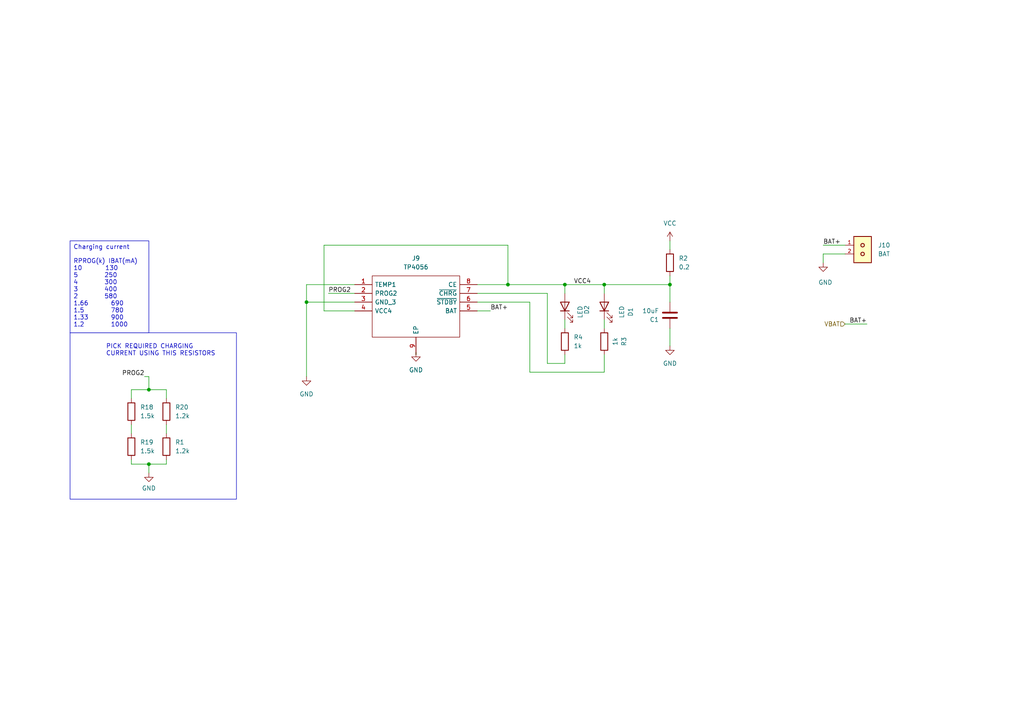
<source format=kicad_sch>
(kicad_sch (version 20231120) (generator "eeschema") (generator_version "8.0")
  (paper "A4")
  (lib_symbols
    (symbol "Device:C" (pin_numbers hide) (pin_names (offset 0.254))
      (property "Reference" "C" (at 0.635 2.54 0))
      (property "Value" "C" (at 0.635 -2.54 0))
      (symbol "C_0_1"
        (polyline (pts (xy -2.032 -0.762) (xy 2.032 -0.762)) (stroke (width 0.508)))
        (polyline (pts (xy -2.032 0.762) (xy 2.032 0.762)) (stroke (width 0.508)))
      )
      (symbol "C_1_1"
        (pin passive line (at 0 3.81 270) (length 2.794) (name "~") (number "1"))
        (pin passive line (at 0 -3.81 90) (length 2.794) (name "~") (number "2"))
      )
    )
    (symbol "Device:LED" (pin_numbers hide) (pin_names (offset 1.016) hide)
      (property "Reference" "D" (at 0 2.54 0))
      (property "Value" "LED" (at 0 -2.54 0))
      (symbol "LED_0_1"
        (polyline (pts (xy -1.27 -1.27) (xy -1.27 1.27)) (stroke (width 0.254)))
        (polyline (pts (xy -1.27 0) (xy 1.27 0)))
        (polyline (pts (xy 1.27 -1.27) (xy 1.27 1.27) (xy -1.27 0) (xy 1.27 -1.27)) (stroke (width 0.254)))
        (polyline (pts (xy -3.048 -0.762) (xy -4.572 -2.286) (xy -3.81 -2.286) (xy -4.572 -2.286) (xy -4.572 -1.524)))
        (polyline (pts (xy -1.778 -0.762) (xy -3.302 -2.286) (xy -2.54 -2.286) (xy -3.302 -2.286) (xy -3.302 -1.524)))
      )
      (symbol "LED_1_1"
        (pin passive line (at -3.81 0 0) (length 2.54) (name "K") (number "1"))
        (pin passive line (at 3.81 0 180) (length 2.54) (name "A") (number "2"))
      )
    )
    (symbol "Device:R" (pin_numbers hide) (pin_names (offset 0))
      (property "Reference" "R" (at 2.032 0 90))
      (property "Value" "R" (at 0 0 90))
      (symbol "R_0_1"
        (rectangle (start -1.016 -2.54) (end 1.016 2.54) (stroke (width 0.254)))
      )
      (symbol "R_1_1"
        (pin passive line (at 0 3.81 270) (length 1.27) (name "~") (number "1"))
        (pin passive line (at 0 -3.81 90) (length 1.27) (name "~") (number "2"))
      )
    )
    (symbol "TP4056:TP4056" (pin_names (offset 0.762))
      (property "Reference" "J" (at 31.75 7.62 0))
      (property "Value" "TP4056" (at 31.75 5.08 0))
      (symbol "TP4056_0_0"
        (pin passive line (at 0 0 0) (length 5.08) (name "TEMP1") (number "1"))
        (pin passive line (at 0 -2.54 0) (length 5.08) (name "PROG2") (number "2"))
        (pin passive line (at 0 -5.08 0) (length 5.08) (name "GND_3") (number "3"))
        (pin passive line (at 0 -7.62 0) (length 5.08) (name "VCC4") (number "4"))
        (pin passive line (at 35.56 -7.62 180) (length 5.08) (name "BAT") (number "5"))
        (pin passive line (at 35.56 -5.08 180) (length 5.08) (name "~{STDBY}") (number "6"))
        (pin passive line (at 35.56 -2.54 180) (length 5.08) (name "~{CHRG}") (number "7"))
        (pin passive line (at 35.56 0 180) (length 5.08) (name "CE") (number "8"))
        (pin passive line (at 17.78 -20.32 90) (length 5.08) (name "EP") (number "9"))
      )
      (symbol "TP4056_0_1"
        (polyline (pts (xy 5.08 2.54) (xy 30.48 2.54) (xy 30.48 -15.24) (xy 5.08 -15.24) (xy 5.08 2.54)) (stroke (width 0.1524)))
      )
    )
    (symbol "molex-2pin:22-27-2021" (pin_names (offset 1.016))
      (property "Reference" "J" (at -2.5412 5.0823 0))
      (property "Value" "22-27-2021" (at -2.5424 -5.0848 0))
      (symbol "22-27-2021_0_0"
        (rectangle (start -2.54 -2.54) (end 2.54 5.08) (stroke (width 0.254)) (fill (type background)))
        (circle (center 0 0) (radius 0.508) (stroke (width 0.254)))
        (circle (center 0 2.54) (radius 0.508) (stroke (width 0.254)))
        (pin passive line (at -5.08 2.54 0) (length 2.54) (name "~") (number "1"))
        (pin passive line (at -5.08 0 0) (length 2.54) (name "~") (number "2"))
      )
    )
    (symbol "power:GND" (power) (pin_names (offset 0))
      (property "Value" "GND" (at 0 -3.81 0))
      (symbol "GND_0_1"
        (polyline (pts (xy 0 0) (xy 0 -1.27) (xy 1.27 -1.27) (xy 0 -2.54) (xy -1.27 -1.27) (xy 0 -1.27)))
      )
      (symbol "GND_1_1"
        (pin power_in line (at 0 0 270) (length 0) hide (name "GND") (number "1"))
      )
    )
    (symbol "power:VCC" (power) (pin_names (offset 0))
      (property "Value" "VCC" (at 0 3.81 0))
      (symbol "VCC_0_1"
        (polyline (pts (xy -0.762 1.27) (xy 0 2.54)))
        (polyline (pts (xy 0 0) (xy 0 2.54)))
        (polyline (pts (xy 0 2.54) (xy 0.762 1.27)))
      )
      (symbol "VCC_1_1"
        (pin power_in line (at 0 0 90) (length 0) hide (name "VCC") (number "1"))
      )
    )
  )
  (junction (at 43.18 134.62))
  (junction (at 147.32 82.55))
  (junction (at 175.26 82.55))
  (junction (at 163.83 82.55))
  (junction (at 43.18 113.03))
  (junction (at 194.31 82.55))
  (junction (at 88.9 87.63))
  (wire (pts (xy 163.83 82.55) (xy 147.32 82.55)))
  (wire (pts (xy 238.76 76.2) (xy 238.76 73.66)))
  (wire (pts (xy 38.1 133.35) (xy 38.1 134.62)))
  (wire (pts (xy 43.18 134.62) (xy 48.26 134.62)))
  (wire (pts (xy 175.26 107.95) (xy 175.26 102.87)))
  (wire (pts (xy 38.1 134.62) (xy 43.18 134.62)))
  (wire (pts (xy 194.31 82.55) (xy 175.26 82.55)))
  (wire (pts (xy 43.18 113.03) (xy 48.26 113.03)))
  (wire (pts (xy 163.83 85.09) (xy 163.83 82.55)))
  (wire (pts (xy 41.91 109.22) (xy 43.18 109.22)))
  (wire (pts (xy 163.83 102.87) (xy 163.83 105.41)))
  (wire (pts (xy 88.9 82.55) (xy 88.9 87.63)))
  (wire (pts (xy 158.75 85.09) (xy 138.43 85.09)))
  (wire (pts (xy 48.26 123.19) (xy 48.26 125.73)))
  (wire (pts (xy 238.76 73.66) (xy 245.11 73.66)))
  (wire (pts (xy 138.43 87.63) (xy 153.67 87.63)))
  (wire (pts (xy 38.1 123.19) (xy 38.1 125.73)))
  (wire (pts (xy 153.67 87.63) (xy 153.67 107.95)))
  (wire (pts (xy 48.26 134.62) (xy 48.26 133.35)))
  (wire (pts (xy 175.26 92.71) (xy 175.26 95.25)))
  (wire (pts (xy 93.98 90.17) (xy 102.87 90.17)))
  (wire (pts (xy 238.76 71.12) (xy 245.11 71.12)))
  (wire (pts (xy 88.9 87.63) (xy 88.9 109.22)))
  (wire (pts (xy 38.1 113.03) (xy 38.1 115.57)))
  (wire (pts (xy 194.31 80.01) (xy 194.31 82.55)))
  (wire (pts (xy 194.31 69.85) (xy 194.31 72.39)))
  (wire (pts (xy 138.43 90.17) (xy 142.24 90.17)))
  (wire (pts (xy 93.98 71.12) (xy 147.32 71.12)))
  (wire (pts (xy 163.83 105.41) (xy 158.75 105.41)))
  (wire (pts (xy 163.83 95.25) (xy 163.83 92.71)))
  (wire (pts (xy 175.26 82.55) (xy 175.26 85.09)))
  (wire (pts (xy 38.1 113.03) (xy 43.18 113.03)))
  (wire (pts (xy 43.18 134.62) (xy 43.18 137.16)))
  (wire (pts (xy 153.67 107.95) (xy 175.26 107.95)))
  (wire (pts (xy 147.32 71.12) (xy 147.32 82.55)))
  (wire (pts (xy 43.18 109.22) (xy 43.18 113.03)))
  (wire (pts (xy 48.26 113.03) (xy 48.26 115.57)))
  (wire (pts (xy 147.32 82.55) (xy 138.43 82.55)))
  (wire (pts (xy 245.11 93.98) (xy 251.46 93.98)))
  (wire (pts (xy 120.65 102.87) (xy 120.65 102.235)))
  (wire (pts (xy 88.9 82.55) (xy 102.87 82.55)))
  (wire (pts (xy 93.98 90.17) (xy 93.98 71.12)))
  (wire (pts (xy 88.9 87.63) (xy 102.87 87.63)))
  (wire (pts (xy 194.31 95.25) (xy 194.31 100.33)))
  (wire (pts (xy 95.25 85.09) (xy 102.87 85.09)))
  (wire (pts (xy 194.31 82.55) (xy 194.31 87.63)))
  (wire (pts (xy 158.75 105.41) (xy 158.75 85.09)))
  (wire (pts (xy 163.83 82.55) (xy 175.26 82.55)))
  (rectangle (start 20.32 96.52) (end 68.58 144.78))
  (text_box "Charging current\n\nRPROG(k) IBAT(mA)\n10       130\n5        250\n4        300\n3        400\n2        580\n1.66 	 690\n1.5 	 780\n1.33 	 900\n1.2 	 1000" (at 20.32 69.85 0) (size 22.86 26.67) (effects (font (size 1.27 1.27)) (justify left top)))
  (text "PICK REQUIRED CHARGING \nCURRENT USING THIS RESISTORS" (at 30.734 101.6 0) (effects (font (size 1.27 1.27)) (justify left)))
  (label "PROG2" (at 41.91 109.22 180))
  (label "BAT+" (at 142.24 90.17 0))
  (label "BAT+" (at 238.76 71.12 0))
  (label "VCC4" (at 171.45 82.55 180))
  (label "PROG2" (at 95.25 85.09 0))
  (label "BAT+" (at 251.46 93.98 180))
  (hierarchical_label "VBAT" (shape input) (at 245.11 93.98 180))
  (symbol (lib_id "Device:R") (at 38.1 129.54 0) (unit 1)
    (property "Reference" "R19" (at 40.64 128.2699 0) (effects (justify left)))
    (property "Value" "1.5k" (at 40.64 130.8099 0) (effects (justify left)))
    (property "Footprint" "Resistor_SMD:R_0402_1005Metric" (effects (hide yes)))
    (property "LCSC" "C22765" (effects (hide yes)))
  )
  (symbol (lib_id "Device:R") (at 38.1 119.38 0) (unit 1)
    (property "Reference" "R18" (at 40.64 118.1099 0) (effects (justify left)))
    (property "Value" "1.5k" (at 40.64 120.6499 0) (effects (justify left)))
    (property "Footprint" "Resistor_SMD:R_0402_1005Metric" (effects (hide yes)))
    (property "LCSC" "C22765" (effects (hide yes)))
  )
  (symbol (lib_id "molex-2pin:22-27-2021") (at 250.19 73.66 0) (unit 1)
    (property "Reference" "J10" (at 254.635 71.12 0) (effects (justify left)))
    (property "Value" "BAT" (at 254.635 73.66 0) (effects (justify left)))
    (property "Footprint" "molex-2pin:HDRV2W64P254_1X2_580X508X1170P" (effects (hide yes)))
    (property "Description" "\n2227 - Molex Wire-to-Board 2.54 mm KK Type Straight Headers\n" (effects (hide yes)))
    (property "MF" "Molex" (effects (hide yes)))
    (property "Package" "None" (effects (hide yes)))
    (property "Price" "None" (effects (hide yes)))
    (property "Check_prices" "https://www.snapeda.com/parts/22-27-2021/Molex/view-part/?ref=eda" (effects (hide yes)))
    (property "SnapEDA_Link" "https://www.snapeda.com/parts/22-27-2021/Molex/view-part/?ref=snap" (effects (hide yes)))
    (property "MP" "22-27-2021" (effects (hide yes)))
    (property "Purchase-URL" "https://www.snapeda.com/api/url_track_click_mouser/?unipart_id=378472&manufacturer=Molex&part_name=22-27-2021&search_term=22272021" (effects (hide yes)))
    (property "Availability" "In Stock" (effects (hide yes)))
    (property "MANUFACTURER" "MOLEX" (effects (hide yes)))
  )
  (symbol (lib_id "Device:R") (at 48.26 129.54 0) (unit 1)
    (property "Reference" "R1" (at 50.8 128.27 0) (effects (justify left)))
    (property "Value" "1.2k" (at 50.8 130.81 0) (effects (justify left)))
    (property "Footprint" "Resistor_SMD:R_0603_1608Metric" (effects (hide yes)))
    (property "LCSC" "C22765" (effects (hide yes)))
  )
  (symbol (lib_id "power:GND") (at 120.65 102.235 0) (unit 1)
    (property "Reference" "#PWR021" (effects (hide yes)))
    (property "Value" "GND" (at 120.65 107.315 0))
  )
  (symbol (lib_id "Device:R") (at 175.26 99.06 0) (unit 1)
    (property "Reference" "R3" (at 180.975 99.06 90))
    (property "Value" "1k" (at 178.435 99.06 90))
    (property "Footprint" "Resistor_SMD:R_0603_1608Metric" (effects (hide yes)))
    (property "LCSC" "C14676" (effects (hide yes)))
  )
  (symbol (lib_id "Device:C") (at 194.31 91.44 180) (unit 1)
    (property "Reference" "C1" (at 191.135 92.71 0) (effects (justify left)))
    (property "Value" "10uF" (at 191.135 90.17 0) (effects (justify left)))
    (property "Footprint" "Capacitor_SMD:C_0603_1608Metric" (effects (hide yes)))
    (property "LCSC" "C19702" (effects (hide yes)))
  )
  (symbol (lib_id "power:GND") (at 43.18 137.16 0) (unit 1)
    (property "Reference" "#PWR018" (effects (hide yes)))
    (property "Value" "GND" (at 43.18 141.605 0))
  )
  (symbol (lib_id "TP4056:TP4056") (at 102.87 82.55 0) (unit 1)
    (property "Reference" "J9" (at 120.65 74.93 0))
    (property "Value" "TP4056" (at 120.65 77.47 0))
    (property "Footprint" "TP4056:SOIC127P600X175-9N" (effects (hide yes)))
    (property "Datasheet" "https://dlnmh9ip6v2uc.cloudfront.net/datasheets/Prototyping/TP4056.pdf" (effects (hide yes)))
    (property "Description" "1A Standalone Linear Li-lon Battery Charger, SOP-8" (effects (hide yes)))
    (property "Height" "1.75" (effects (hide yes)))
    (property "Manufacturer_Name" "NanJing Top Power" (effects (hide yes)))
    (property "Manufacturer_Part_Number" "TP4056" (effects (hide yes)))
    (property "LCSC" "C725790" (effects (hide yes)))
  )
  (symbol (lib_id "Device:LED") (at 163.83 88.9 90) (unit 1)
    (property "Reference" "D2" (at 170.18 89.8525 0))
    (property "Value" "LED" (at 168.275 90.4875 0))
    (property "Footprint" "LED_SMD:LED_0603_1608Metric" (effects (hide yes)))
    (property "LCSC" "C2286" (effects (hide yes)))
  )
  (symbol (lib_id "Device:R") (at 163.83 99.06 180) (unit 1)
    (property "Reference" "R4" (at 166.37 97.7899 0) (effects (justify right)))
    (property "Value" "1k" (at 166.37 100.3299 0) (effects (justify right)))
    (property "Footprint" "Resistor_SMD:R_0603_1608Metric" (effects (hide yes)))
    (property "LCSC" "C14676" (effects (hide yes)))
  )
  (symbol (lib_id "power:VCC") (at 194.31 69.85 0) (unit 1)
    (property "Reference" "#PWR020" (effects (hide yes)))
    (property "Value" "VCC" (at 194.31 64.77 0))
  )
  (symbol (lib_id "Device:R") (at 48.26 119.38 0) (unit 1)
    (property "Reference" "R20" (at 50.8 118.11 0) (effects (justify left)))
    (property "Value" "1.2k" (at 50.8 120.65 0) (effects (justify left)))
    (property "Footprint" "Resistor_SMD:R_0603_1608Metric" (effects (hide yes)))
    (property "LCSC" "C22765" (effects (hide yes)))
  )
  (symbol (lib_id "Device:LED") (at 175.26 88.9 90) (unit 1)
    (property "Reference" "D1" (at 182.88 90.4875 0))
    (property "Value" "LED" (at 180.34 90.4875 0))
    (property "Footprint" "LED_SMD:LED_0603_1608Metric" (effects (hide yes)))
    (property "LCSC" "C2286" (effects (hide yes)))
  )
  (symbol (lib_id "power:GND") (at 238.76 76.2 0) (unit 1)
    (property "Reference" "#PWR024" (effects (hide yes)))
    (property "Value" "GND" (at 239.395 81.915 0))
  )
  (symbol (lib_id "Device:R") (at 194.31 76.2 0) (unit 1)
    (property "Reference" "R2" (at 196.85 74.9299 0) (effects (justify left)))
    (property "Value" "0.2" (at 196.85 77.4699 0) (effects (justify left)))
    (property "Footprint" "Resistor_SMD:R_0603_1608Metric" (effects (hide yes)))
  )
  (symbol (lib_id "power:GND") (at 88.9 109.22 0) (unit 1)
    (property "Reference" "#PWR019" (effects (hide yes)))
    (property "Value" "GND" (at 88.9 114.3 0))
  )
  (symbol (lib_id "power:GND") (at 194.31 100.33 0) (unit 1)
    (property "Reference" "#PWR017" (effects (hide yes)))
    (property "Value" "GND" (at 194.31 105.41 0))
  )
)
</source>
